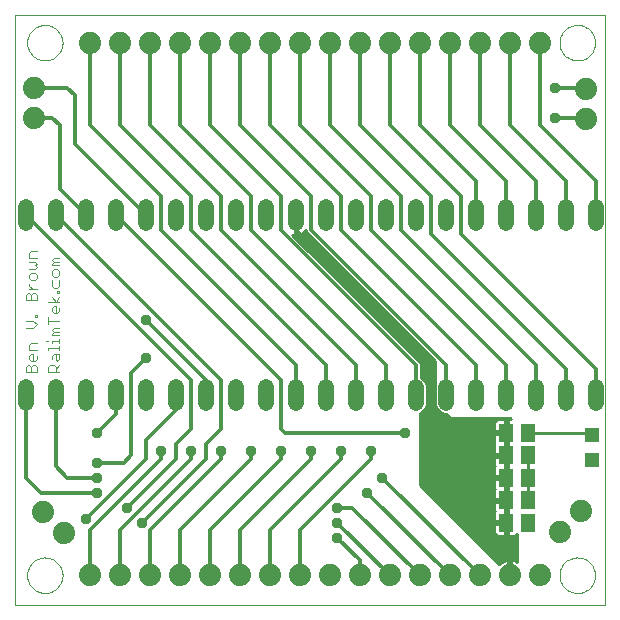
<source format=gtl>
G75*
%MOIN*%
%OFA0B0*%
%FSLAX24Y24*%
%IPPOS*%
%LPD*%
%AMOC8*
5,1,8,0,0,1.08239X$1,22.5*
%
%ADD10C,0.0000*%
%ADD11C,0.0030*%
%ADD12C,0.0740*%
%ADD13C,0.0520*%
%ADD14R,0.0512X0.0591*%
%ADD15R,0.0512X0.0630*%
%ADD16R,0.0472X0.0472*%
%ADD17C,0.0120*%
%ADD18OC8,0.0356*%
%ADD19C,0.0100*%
D10*
X000255Y000100D02*
X000255Y019785D01*
X019940Y019785D01*
X019940Y000100D01*
X000255Y000100D01*
X000664Y001100D02*
X000666Y001148D01*
X000672Y001196D01*
X000682Y001243D01*
X000695Y001289D01*
X000713Y001334D01*
X000733Y001378D01*
X000758Y001420D01*
X000786Y001459D01*
X000816Y001496D01*
X000850Y001530D01*
X000887Y001562D01*
X000925Y001591D01*
X000966Y001616D01*
X001009Y001638D01*
X001054Y001656D01*
X001100Y001670D01*
X001147Y001681D01*
X001195Y001688D01*
X001243Y001691D01*
X001291Y001690D01*
X001339Y001685D01*
X001387Y001676D01*
X001433Y001664D01*
X001478Y001647D01*
X001522Y001627D01*
X001564Y001604D01*
X001604Y001577D01*
X001642Y001547D01*
X001677Y001514D01*
X001709Y001478D01*
X001739Y001440D01*
X001765Y001399D01*
X001787Y001356D01*
X001807Y001312D01*
X001822Y001267D01*
X001834Y001220D01*
X001842Y001172D01*
X001846Y001124D01*
X001846Y001076D01*
X001842Y001028D01*
X001834Y000980D01*
X001822Y000933D01*
X001807Y000888D01*
X001787Y000844D01*
X001765Y000801D01*
X001739Y000760D01*
X001709Y000722D01*
X001677Y000686D01*
X001642Y000653D01*
X001604Y000623D01*
X001564Y000596D01*
X001522Y000573D01*
X001478Y000553D01*
X001433Y000536D01*
X001387Y000524D01*
X001339Y000515D01*
X001291Y000510D01*
X001243Y000509D01*
X001195Y000512D01*
X001147Y000519D01*
X001100Y000530D01*
X001054Y000544D01*
X001009Y000562D01*
X000966Y000584D01*
X000925Y000609D01*
X000887Y000638D01*
X000850Y000670D01*
X000816Y000704D01*
X000786Y000741D01*
X000758Y000780D01*
X000733Y000822D01*
X000713Y000866D01*
X000695Y000911D01*
X000682Y000957D01*
X000672Y001004D01*
X000666Y001052D01*
X000664Y001100D01*
X000664Y018850D02*
X000666Y018898D01*
X000672Y018946D01*
X000682Y018993D01*
X000695Y019039D01*
X000713Y019084D01*
X000733Y019128D01*
X000758Y019170D01*
X000786Y019209D01*
X000816Y019246D01*
X000850Y019280D01*
X000887Y019312D01*
X000925Y019341D01*
X000966Y019366D01*
X001009Y019388D01*
X001054Y019406D01*
X001100Y019420D01*
X001147Y019431D01*
X001195Y019438D01*
X001243Y019441D01*
X001291Y019440D01*
X001339Y019435D01*
X001387Y019426D01*
X001433Y019414D01*
X001478Y019397D01*
X001522Y019377D01*
X001564Y019354D01*
X001604Y019327D01*
X001642Y019297D01*
X001677Y019264D01*
X001709Y019228D01*
X001739Y019190D01*
X001765Y019149D01*
X001787Y019106D01*
X001807Y019062D01*
X001822Y019017D01*
X001834Y018970D01*
X001842Y018922D01*
X001846Y018874D01*
X001846Y018826D01*
X001842Y018778D01*
X001834Y018730D01*
X001822Y018683D01*
X001807Y018638D01*
X001787Y018594D01*
X001765Y018551D01*
X001739Y018510D01*
X001709Y018472D01*
X001677Y018436D01*
X001642Y018403D01*
X001604Y018373D01*
X001564Y018346D01*
X001522Y018323D01*
X001478Y018303D01*
X001433Y018286D01*
X001387Y018274D01*
X001339Y018265D01*
X001291Y018260D01*
X001243Y018259D01*
X001195Y018262D01*
X001147Y018269D01*
X001100Y018280D01*
X001054Y018294D01*
X001009Y018312D01*
X000966Y018334D01*
X000925Y018359D01*
X000887Y018388D01*
X000850Y018420D01*
X000816Y018454D01*
X000786Y018491D01*
X000758Y018530D01*
X000733Y018572D01*
X000713Y018616D01*
X000695Y018661D01*
X000682Y018707D01*
X000672Y018754D01*
X000666Y018802D01*
X000664Y018850D01*
X018414Y018850D02*
X018416Y018898D01*
X018422Y018946D01*
X018432Y018993D01*
X018445Y019039D01*
X018463Y019084D01*
X018483Y019128D01*
X018508Y019170D01*
X018536Y019209D01*
X018566Y019246D01*
X018600Y019280D01*
X018637Y019312D01*
X018675Y019341D01*
X018716Y019366D01*
X018759Y019388D01*
X018804Y019406D01*
X018850Y019420D01*
X018897Y019431D01*
X018945Y019438D01*
X018993Y019441D01*
X019041Y019440D01*
X019089Y019435D01*
X019137Y019426D01*
X019183Y019414D01*
X019228Y019397D01*
X019272Y019377D01*
X019314Y019354D01*
X019354Y019327D01*
X019392Y019297D01*
X019427Y019264D01*
X019459Y019228D01*
X019489Y019190D01*
X019515Y019149D01*
X019537Y019106D01*
X019557Y019062D01*
X019572Y019017D01*
X019584Y018970D01*
X019592Y018922D01*
X019596Y018874D01*
X019596Y018826D01*
X019592Y018778D01*
X019584Y018730D01*
X019572Y018683D01*
X019557Y018638D01*
X019537Y018594D01*
X019515Y018551D01*
X019489Y018510D01*
X019459Y018472D01*
X019427Y018436D01*
X019392Y018403D01*
X019354Y018373D01*
X019314Y018346D01*
X019272Y018323D01*
X019228Y018303D01*
X019183Y018286D01*
X019137Y018274D01*
X019089Y018265D01*
X019041Y018260D01*
X018993Y018259D01*
X018945Y018262D01*
X018897Y018269D01*
X018850Y018280D01*
X018804Y018294D01*
X018759Y018312D01*
X018716Y018334D01*
X018675Y018359D01*
X018637Y018388D01*
X018600Y018420D01*
X018566Y018454D01*
X018536Y018491D01*
X018508Y018530D01*
X018483Y018572D01*
X018463Y018616D01*
X018445Y018661D01*
X018432Y018707D01*
X018422Y018754D01*
X018416Y018802D01*
X018414Y018850D01*
X018414Y001100D02*
X018416Y001148D01*
X018422Y001196D01*
X018432Y001243D01*
X018445Y001289D01*
X018463Y001334D01*
X018483Y001378D01*
X018508Y001420D01*
X018536Y001459D01*
X018566Y001496D01*
X018600Y001530D01*
X018637Y001562D01*
X018675Y001591D01*
X018716Y001616D01*
X018759Y001638D01*
X018804Y001656D01*
X018850Y001670D01*
X018897Y001681D01*
X018945Y001688D01*
X018993Y001691D01*
X019041Y001690D01*
X019089Y001685D01*
X019137Y001676D01*
X019183Y001664D01*
X019228Y001647D01*
X019272Y001627D01*
X019314Y001604D01*
X019354Y001577D01*
X019392Y001547D01*
X019427Y001514D01*
X019459Y001478D01*
X019489Y001440D01*
X019515Y001399D01*
X019537Y001356D01*
X019557Y001312D01*
X019572Y001267D01*
X019584Y001220D01*
X019592Y001172D01*
X019596Y001124D01*
X019596Y001076D01*
X019592Y001028D01*
X019584Y000980D01*
X019572Y000933D01*
X019557Y000888D01*
X019537Y000844D01*
X019515Y000801D01*
X019489Y000760D01*
X019459Y000722D01*
X019427Y000686D01*
X019392Y000653D01*
X019354Y000623D01*
X019314Y000596D01*
X019272Y000573D01*
X019228Y000553D01*
X019183Y000536D01*
X019137Y000524D01*
X019089Y000515D01*
X019041Y000510D01*
X018993Y000509D01*
X018945Y000512D01*
X018897Y000519D01*
X018850Y000530D01*
X018804Y000544D01*
X018759Y000562D01*
X018716Y000584D01*
X018675Y000609D01*
X018637Y000638D01*
X018600Y000670D01*
X018566Y000704D01*
X018536Y000741D01*
X018508Y000780D01*
X018483Y000822D01*
X018463Y000866D01*
X018445Y000911D01*
X018432Y000957D01*
X018422Y001004D01*
X018416Y001052D01*
X018414Y001100D01*
D11*
X001740Y007865D02*
X001370Y007865D01*
X001370Y008050D01*
X001431Y008112D01*
X001555Y008112D01*
X001617Y008050D01*
X001617Y007865D01*
X001617Y007988D02*
X001740Y008112D01*
X001678Y008233D02*
X001617Y008295D01*
X001617Y008480D01*
X001555Y008480D02*
X001740Y008480D01*
X001740Y008295D01*
X001678Y008233D01*
X001493Y008295D02*
X001493Y008418D01*
X001555Y008480D01*
X001740Y008602D02*
X001740Y008725D01*
X001740Y008663D02*
X001370Y008663D01*
X001370Y008602D01*
X001493Y008847D02*
X001493Y008909D01*
X001740Y008909D01*
X001740Y008847D02*
X001740Y008971D01*
X001740Y009093D02*
X001493Y009093D01*
X001493Y009154D01*
X001555Y009216D01*
X001493Y009278D01*
X001555Y009340D01*
X001740Y009340D01*
X001740Y009216D02*
X001555Y009216D01*
X001370Y009461D02*
X001370Y009708D01*
X001370Y009584D02*
X001740Y009584D01*
X001678Y009829D02*
X001555Y009829D01*
X001493Y009891D01*
X001493Y010015D01*
X001555Y010076D01*
X001617Y010076D01*
X001617Y009829D01*
X001678Y009829D02*
X001740Y009891D01*
X001740Y010015D01*
X001740Y010198D02*
X001370Y010198D01*
X001493Y010383D02*
X001617Y010198D01*
X001740Y010383D01*
X001740Y010505D02*
X001740Y010566D01*
X001678Y010566D01*
X001678Y010505D01*
X001740Y010505D01*
X001678Y010689D02*
X001555Y010689D01*
X001493Y010750D01*
X001493Y010936D01*
X001555Y011057D02*
X001678Y011057D01*
X001740Y011119D01*
X001740Y011242D01*
X001678Y011304D01*
X001555Y011304D01*
X001493Y011242D01*
X001493Y011119D01*
X001555Y011057D01*
X001740Y010936D02*
X001740Y010750D01*
X001678Y010689D01*
X000990Y010627D02*
X000743Y010627D01*
X000743Y010506D02*
X000805Y010444D01*
X000805Y010259D01*
X000990Y010259D02*
X000620Y010259D01*
X000620Y010444D01*
X000681Y010506D01*
X000743Y010506D01*
X000805Y010444D02*
X000867Y010506D01*
X000928Y010506D01*
X000990Y010444D01*
X000990Y010259D01*
X000867Y010627D02*
X000743Y010751D01*
X000743Y010813D01*
X000805Y010934D02*
X000928Y010934D01*
X000990Y010996D01*
X000990Y011119D01*
X000928Y011181D01*
X000805Y011181D01*
X000743Y011119D01*
X000743Y010996D01*
X000805Y010934D01*
X000743Y011303D02*
X000928Y011303D01*
X000990Y011364D01*
X000928Y011426D01*
X000990Y011488D01*
X000928Y011549D01*
X000743Y011549D01*
X000743Y011671D02*
X000743Y011856D01*
X000805Y011918D01*
X000990Y011918D01*
X000990Y011671D02*
X000743Y011671D01*
X001493Y011611D02*
X001555Y011672D01*
X001740Y011672D01*
X001740Y011549D02*
X001555Y011549D01*
X001493Y011611D01*
X001555Y011549D02*
X001493Y011487D01*
X001493Y011425D01*
X001740Y011425D01*
X000990Y009768D02*
X000990Y009707D01*
X000928Y009707D01*
X000928Y009768D01*
X000990Y009768D01*
X000867Y009585D02*
X000620Y009585D01*
X000867Y009585D02*
X000990Y009462D01*
X000867Y009338D01*
X000620Y009338D01*
X000805Y008849D02*
X000990Y008849D01*
X000805Y008849D02*
X000743Y008787D01*
X000743Y008602D01*
X000990Y008602D01*
X000867Y008480D02*
X000805Y008480D01*
X000743Y008418D01*
X000743Y008295D01*
X000805Y008233D01*
X000928Y008233D01*
X000990Y008295D01*
X000990Y008418D01*
X000867Y008480D02*
X000867Y008233D01*
X000867Y008112D02*
X000805Y008050D01*
X000805Y007865D01*
X000990Y007865D02*
X000620Y007865D01*
X000620Y008050D01*
X000681Y008112D01*
X000743Y008112D01*
X000805Y008050D01*
X000867Y008112D02*
X000928Y008112D01*
X000990Y008050D01*
X000990Y007865D01*
X001308Y008909D02*
X001370Y008909D01*
D12*
X001194Y003204D03*
X001901Y002496D03*
X002755Y001100D03*
X003755Y001100D03*
X004755Y001100D03*
X005755Y001100D03*
X006755Y001100D03*
X007755Y001100D03*
X008755Y001100D03*
X009755Y001100D03*
X010755Y001100D03*
X011755Y001100D03*
X012755Y001100D03*
X013755Y001100D03*
X014755Y001100D03*
X015755Y001100D03*
X016755Y001100D03*
X017755Y001100D03*
X018432Y002527D03*
X019139Y003234D03*
X019285Y016320D03*
X019285Y017320D03*
X017755Y018850D03*
X016755Y018850D03*
X015755Y018850D03*
X014755Y018850D03*
X013755Y018850D03*
X012755Y018850D03*
X011755Y018850D03*
X010755Y018850D03*
X009755Y018850D03*
X008755Y018850D03*
X007755Y018850D03*
X006755Y018850D03*
X005755Y018850D03*
X004755Y018850D03*
X003755Y018850D03*
X002755Y018850D03*
X000901Y017350D03*
X000901Y016350D03*
D13*
X000630Y013360D02*
X000630Y012840D01*
X001630Y012840D02*
X001630Y013360D01*
X002630Y013360D02*
X002630Y012840D01*
X003630Y012840D02*
X003630Y013360D01*
X004630Y013360D02*
X004630Y012840D01*
X005630Y012840D02*
X005630Y013360D01*
X006630Y013360D02*
X006630Y012840D01*
X007630Y012840D02*
X007630Y013360D01*
X008630Y013360D02*
X008630Y012840D01*
X009630Y012840D02*
X009630Y013360D01*
X010630Y013360D02*
X010630Y012840D01*
X011630Y012840D02*
X011630Y013360D01*
X012630Y013360D02*
X012630Y012840D01*
X013630Y012840D02*
X013630Y013360D01*
X014630Y013360D02*
X014630Y012840D01*
X015630Y012840D02*
X015630Y013360D01*
X016630Y013360D02*
X016630Y012840D01*
X017630Y012840D02*
X017630Y013360D01*
X018630Y013360D02*
X018630Y012840D01*
X019630Y012840D02*
X019630Y013360D01*
X019630Y007360D02*
X019630Y006840D01*
X018630Y006840D02*
X018630Y007360D01*
X017630Y007360D02*
X017630Y006840D01*
X016630Y006840D02*
X016630Y007360D01*
X015630Y007360D02*
X015630Y006840D01*
X014630Y006840D02*
X014630Y007360D01*
X013630Y007360D02*
X013630Y006840D01*
X012630Y006840D02*
X012630Y007360D01*
X011630Y007360D02*
X011630Y006840D01*
X010630Y006840D02*
X010630Y007360D01*
X009630Y007360D02*
X009630Y006840D01*
X008630Y006840D02*
X008630Y007360D01*
X007630Y007360D02*
X007630Y006840D01*
X006630Y006840D02*
X006630Y007360D01*
X005630Y007360D02*
X005630Y006840D01*
X004630Y006840D02*
X004630Y007360D01*
X003630Y007360D02*
X003630Y006840D01*
X002630Y006840D02*
X002630Y007360D01*
X001630Y007360D02*
X001630Y006840D01*
X000630Y006840D02*
X000630Y007360D01*
D14*
X016631Y005100D03*
X017379Y005100D03*
X017379Y004350D03*
X017379Y003600D03*
X016631Y003600D03*
X016631Y004350D03*
X016631Y002850D03*
X017379Y002850D03*
D15*
X017379Y005850D03*
X016631Y005850D03*
D16*
X019505Y005763D03*
X019505Y004937D03*
D17*
X019630Y007100D02*
X019630Y007975D01*
X015130Y012475D01*
X015130Y013725D01*
X012755Y016100D01*
X012755Y018850D01*
X011755Y018850D02*
X011755Y016100D01*
X014130Y013725D01*
X014130Y012475D01*
X018630Y007975D01*
X018630Y007100D01*
X017630Y007100D02*
X017630Y008100D01*
X013130Y012600D01*
X013130Y013725D01*
X010755Y016100D01*
X010755Y018850D01*
X009755Y018850D02*
X009755Y016100D01*
X012130Y013725D01*
X012130Y012600D01*
X016630Y008100D01*
X016630Y007100D01*
X015630Y007100D02*
X015630Y008100D01*
X011130Y012600D01*
X011130Y013725D01*
X008755Y016100D01*
X008755Y018850D01*
X007755Y018850D02*
X007755Y016100D01*
X010130Y013725D01*
X010130Y012600D01*
X014630Y008100D01*
X014630Y007100D01*
X013630Y007100D02*
X013630Y008100D01*
X009130Y012600D01*
X009130Y013725D01*
X006755Y016100D01*
X006755Y018850D01*
X005755Y018850D02*
X005755Y016100D01*
X008130Y013725D01*
X008130Y012600D01*
X012630Y008100D01*
X012630Y007100D01*
X011630Y007100D02*
X011630Y008100D01*
X007130Y012600D01*
X007130Y013725D01*
X004755Y016100D01*
X004755Y018850D01*
X003755Y018850D02*
X003755Y016100D01*
X006130Y013725D01*
X006130Y012600D01*
X010630Y008100D01*
X010630Y007100D01*
X009630Y007100D02*
X009630Y008100D01*
X005130Y012600D01*
X005130Y013725D01*
X002755Y016100D01*
X002755Y018850D01*
X002005Y017350D02*
X000901Y017350D01*
X000901Y016350D02*
X001505Y016350D01*
X001755Y016100D01*
X001755Y013975D01*
X002630Y013100D01*
X001630Y013100D02*
X007130Y007600D01*
X007130Y005975D01*
X006630Y005475D01*
X006630Y004975D01*
X004505Y002850D01*
X004755Y002600D02*
X007130Y004975D01*
X007130Y005225D01*
X006130Y005225D02*
X006130Y004975D01*
X003755Y002600D01*
X003755Y001100D01*
X002755Y001100D02*
X002755Y002600D01*
X005130Y004975D01*
X005130Y005225D01*
X005630Y004975D02*
X005630Y005475D01*
X006130Y005975D01*
X006130Y007600D01*
X000630Y013100D01*
X002255Y015475D02*
X002255Y017100D01*
X002005Y017350D01*
X002255Y015475D02*
X004630Y013100D01*
X003630Y013100D02*
X009130Y007600D01*
X009130Y005975D01*
X009255Y005850D01*
X013255Y005850D01*
X014130Y005850D02*
X014130Y005100D01*
X014130Y004350D01*
X014193Y004288D01*
X014943Y003538D01*
X015568Y002913D01*
X016755Y001725D01*
X016755Y001100D01*
X015755Y001100D02*
X012505Y004350D01*
X012005Y003850D02*
X014755Y001100D01*
X013755Y001100D02*
X011505Y003350D01*
X011005Y003350D01*
X011005Y002850D02*
X012755Y001100D01*
X011755Y001100D02*
X011755Y001600D01*
X011005Y002350D01*
X009755Y002600D02*
X009755Y001100D01*
X008755Y001100D02*
X008755Y002600D01*
X011130Y004975D01*
X011130Y005225D01*
X010130Y005225D02*
X010130Y004975D01*
X007755Y002600D01*
X007755Y001100D01*
X006755Y001100D02*
X006755Y002600D01*
X009130Y004975D01*
X009130Y005225D01*
X008130Y005225D02*
X008130Y004975D01*
X005755Y002600D01*
X005755Y001100D01*
X004755Y001100D02*
X004755Y002600D01*
X004005Y003350D02*
X005630Y004975D01*
X004630Y004975D02*
X004630Y005600D01*
X005630Y006600D01*
X005630Y007100D01*
X006630Y007100D02*
X006630Y007600D01*
X004630Y009600D01*
X004630Y008350D02*
X004130Y007850D01*
X004130Y005100D01*
X003880Y004850D01*
X003005Y004850D01*
X003005Y004350D02*
X002005Y004350D01*
X001630Y004725D01*
X001630Y007100D01*
X000630Y007100D02*
X000630Y004350D01*
X001130Y003850D01*
X003005Y003850D01*
X002630Y002975D02*
X004630Y004975D01*
X003630Y006475D02*
X003005Y005850D01*
X003630Y006475D02*
X003630Y007100D01*
X009630Y012600D02*
X009630Y013100D01*
X009630Y012600D02*
X014130Y008100D01*
X014130Y005850D01*
X012130Y005225D02*
X012130Y004975D01*
X009755Y002600D01*
X015630Y013100D02*
X015630Y014225D01*
X013755Y016100D01*
X013755Y018850D01*
X014755Y018850D02*
X014755Y016100D01*
X016630Y014225D01*
X016630Y013100D01*
X017630Y013100D02*
X017630Y014225D01*
X015755Y016100D01*
X015755Y018850D01*
X016755Y018850D02*
X016755Y016100D01*
X018630Y014225D01*
X018630Y013100D01*
X019630Y013100D02*
X019630Y014225D01*
X017755Y016100D01*
X017755Y018850D01*
X018255Y017350D02*
X019255Y017350D01*
X019285Y017320D01*
X019255Y016350D02*
X018255Y016350D01*
X019255Y016350D02*
X019285Y016320D01*
D18*
X018255Y016350D03*
X018255Y017350D03*
X013255Y005850D03*
X012130Y005225D03*
X012505Y004350D03*
X012005Y003850D03*
X011005Y003350D03*
X011005Y002850D03*
X011005Y002350D03*
X011130Y005225D03*
X010130Y005225D03*
X009130Y005225D03*
X008130Y005225D03*
X007130Y005225D03*
X006130Y005225D03*
X005130Y005225D03*
X004005Y003350D03*
X004505Y002850D03*
X003005Y003850D03*
X003005Y004350D03*
X003005Y004850D03*
X003005Y005850D03*
X004630Y008350D03*
X004630Y009600D03*
X002630Y002975D03*
X017380Y002850D03*
X017380Y005100D03*
X019505Y004975D03*
D19*
X019505Y004937D01*
X019505Y005763D02*
X019418Y005850D01*
X017379Y005850D01*
X016681Y005900D02*
X016581Y005900D01*
X016581Y006315D01*
X016355Y006315D01*
X016317Y006305D01*
X016283Y006285D01*
X016255Y006257D01*
X016235Y006223D01*
X016225Y006185D01*
X016225Y005900D01*
X016581Y005900D01*
X016581Y005800D01*
X016681Y005800D01*
X016681Y005150D01*
X016581Y005150D01*
X016581Y005545D01*
X016581Y005800D01*
X016225Y005800D01*
X016225Y005515D01*
X016235Y005477D01*
X016242Y005465D01*
X016235Y005453D01*
X016225Y005415D01*
X016225Y005150D01*
X016581Y005150D01*
X016581Y005050D01*
X016681Y005050D01*
X016681Y004655D01*
X016681Y004400D01*
X016581Y004400D01*
X016581Y005050D01*
X016225Y005050D01*
X016225Y004785D01*
X016235Y004747D01*
X016248Y004725D01*
X016235Y004703D01*
X016225Y004665D01*
X016225Y004400D01*
X016581Y004400D01*
X016581Y004300D01*
X016681Y004300D01*
X016681Y003650D01*
X016581Y003650D01*
X016581Y004045D01*
X016581Y004300D01*
X016225Y004300D01*
X016225Y004035D01*
X016235Y003997D01*
X016248Y003975D01*
X016235Y003953D01*
X016225Y003915D01*
X016225Y003650D01*
X016581Y003650D01*
X016581Y003550D01*
X016681Y003550D01*
X016681Y003155D01*
X016681Y002900D01*
X016581Y002900D01*
X016581Y003550D01*
X016225Y003550D01*
X016225Y003285D01*
X016235Y003247D01*
X016248Y003225D01*
X016235Y003203D01*
X016225Y003165D01*
X016225Y002900D01*
X016581Y002900D01*
X016581Y002800D01*
X016681Y002800D01*
X016681Y002405D01*
X016907Y002405D01*
X016945Y002415D01*
X016979Y002435D01*
X017005Y002461D01*
X017005Y001556D01*
X016955Y001582D01*
X016877Y001607D01*
X016805Y001619D01*
X016805Y001150D01*
X016705Y001150D01*
X016705Y001619D01*
X016633Y001607D01*
X016555Y001582D01*
X016482Y001545D01*
X016416Y001497D01*
X016387Y001468D01*
X013755Y004100D01*
X013755Y006502D01*
X013834Y006535D01*
X013935Y006636D01*
X013990Y006768D01*
X013990Y007432D01*
X013935Y007564D01*
X013834Y007665D01*
X013790Y007683D01*
X013790Y008166D01*
X013696Y008260D01*
X009508Y012449D01*
X009534Y012440D01*
X009598Y012430D01*
X009600Y012430D01*
X009600Y013070D01*
X009660Y013070D01*
X009660Y012430D01*
X009662Y012430D01*
X009726Y012440D01*
X009787Y012460D01*
X009845Y012489D01*
X009897Y012527D01*
X009943Y012573D01*
X009970Y012610D01*
X009970Y012534D01*
X014255Y008249D01*
X014255Y006850D01*
X014270Y006835D01*
X014270Y006768D01*
X014325Y006636D01*
X014426Y006535D01*
X014558Y006480D01*
X014625Y006480D01*
X014755Y006350D01*
X016755Y006350D01*
X016790Y006315D01*
X016681Y006315D01*
X016681Y005900D01*
X016681Y005912D02*
X016581Y005912D01*
X016631Y005850D02*
X014130Y005850D01*
X013755Y005813D02*
X016581Y005813D01*
X016581Y005715D02*
X016681Y005715D01*
X016681Y005616D02*
X016581Y005616D01*
X016581Y005518D02*
X016681Y005518D01*
X016681Y005419D02*
X016581Y005419D01*
X016581Y005321D02*
X016681Y005321D01*
X016681Y005222D02*
X016581Y005222D01*
X016581Y005124D02*
X013755Y005124D01*
X013755Y005222D02*
X016225Y005222D01*
X016225Y005321D02*
X013755Y005321D01*
X013755Y005419D02*
X016226Y005419D01*
X016225Y005518D02*
X013755Y005518D01*
X013755Y005616D02*
X016225Y005616D01*
X016225Y005715D02*
X013755Y005715D01*
X013755Y005912D02*
X016225Y005912D01*
X016225Y006010D02*
X013755Y006010D01*
X013755Y006109D02*
X016225Y006109D01*
X016231Y006207D02*
X013755Y006207D01*
X013755Y006306D02*
X016320Y006306D01*
X016581Y006306D02*
X016681Y006306D01*
X016681Y006207D02*
X016581Y006207D01*
X016581Y006109D02*
X016681Y006109D01*
X016681Y006010D02*
X016581Y006010D01*
X016631Y005100D02*
X014130Y005100D01*
X013755Y005025D02*
X016225Y005025D01*
X016225Y004927D02*
X013755Y004927D01*
X013755Y004828D02*
X016225Y004828D01*
X016245Y004730D02*
X013755Y004730D01*
X013755Y004631D02*
X016225Y004631D01*
X016225Y004533D02*
X013755Y004533D01*
X013755Y004434D02*
X016225Y004434D01*
X016225Y004237D02*
X013755Y004237D01*
X013755Y004139D02*
X016225Y004139D01*
X016225Y004040D02*
X013815Y004040D01*
X013913Y003942D02*
X016232Y003942D01*
X016225Y003843D02*
X014012Y003843D01*
X014110Y003745D02*
X016225Y003745D01*
X016225Y003548D02*
X014307Y003548D01*
X014209Y003646D02*
X016581Y003646D01*
X016631Y003600D02*
X014943Y003600D01*
X014943Y003538D01*
X014603Y003252D02*
X016234Y003252D01*
X016225Y003154D02*
X014701Y003154D01*
X014800Y003055D02*
X016225Y003055D01*
X016225Y002957D02*
X014898Y002957D01*
X014997Y002858D02*
X016581Y002858D01*
X016631Y002850D02*
X015630Y002850D01*
X015568Y002913D01*
X015292Y002563D02*
X016225Y002563D01*
X016225Y002535D02*
X016235Y002497D01*
X016255Y002463D01*
X016283Y002435D01*
X016317Y002415D01*
X016355Y002405D01*
X016581Y002405D01*
X016581Y002800D01*
X016225Y002800D01*
X016225Y002535D01*
X016254Y002464D02*
X015391Y002464D01*
X015489Y002366D02*
X017005Y002366D01*
X017005Y002267D02*
X015588Y002267D01*
X015686Y002169D02*
X017005Y002169D01*
X017005Y002070D02*
X015785Y002070D01*
X015883Y001972D02*
X017005Y001972D01*
X017005Y001873D02*
X015982Y001873D01*
X016080Y001775D02*
X017005Y001775D01*
X017005Y001676D02*
X016179Y001676D01*
X016277Y001578D02*
X016547Y001578D01*
X016705Y001578D02*
X016805Y001578D01*
X016805Y001479D02*
X016705Y001479D01*
X016705Y001381D02*
X016805Y001381D01*
X016805Y001282D02*
X016705Y001282D01*
X016705Y001184D02*
X016805Y001184D01*
X016963Y001578D02*
X017005Y001578D01*
X016399Y001479D02*
X016376Y001479D01*
X016581Y002464D02*
X016681Y002464D01*
X016681Y002563D02*
X016581Y002563D01*
X016581Y002661D02*
X016681Y002661D01*
X016681Y002760D02*
X016581Y002760D01*
X016581Y002957D02*
X016681Y002957D01*
X016681Y003055D02*
X016581Y003055D01*
X016581Y003154D02*
X016681Y003154D01*
X016681Y003252D02*
X016581Y003252D01*
X016581Y003351D02*
X016681Y003351D01*
X016681Y003449D02*
X016581Y003449D01*
X016581Y003548D02*
X016681Y003548D01*
X016681Y003745D02*
X016581Y003745D01*
X016581Y003843D02*
X016681Y003843D01*
X016681Y003942D02*
X016581Y003942D01*
X016581Y004040D02*
X016681Y004040D01*
X016681Y004139D02*
X016581Y004139D01*
X016581Y004237D02*
X016681Y004237D01*
X016631Y004350D02*
X014193Y004350D01*
X014193Y004288D01*
X013755Y004336D02*
X016581Y004336D01*
X016581Y004434D02*
X016681Y004434D01*
X016681Y004533D02*
X016581Y004533D01*
X016581Y004631D02*
X016681Y004631D01*
X016681Y004730D02*
X016581Y004730D01*
X016581Y004828D02*
X016681Y004828D01*
X016681Y004927D02*
X016581Y004927D01*
X016581Y005025D02*
X016681Y005025D01*
X017379Y005100D02*
X017379Y004350D01*
X017380Y004100D02*
X017379Y004099D01*
X017379Y003600D01*
X017379Y002850D02*
X017380Y002850D01*
X016225Y002760D02*
X015095Y002760D01*
X015194Y002661D02*
X016225Y002661D01*
X016225Y003351D02*
X014504Y003351D01*
X014406Y003449D02*
X016225Y003449D01*
X017379Y005100D02*
X017380Y005100D01*
X014701Y006404D02*
X013755Y006404D01*
X013756Y006503D02*
X014504Y006503D01*
X014360Y006601D02*
X013900Y006601D01*
X013961Y006700D02*
X014299Y006700D01*
X014270Y006798D02*
X013990Y006798D01*
X013990Y006897D02*
X014255Y006897D01*
X014255Y006995D02*
X013990Y006995D01*
X013990Y007094D02*
X014255Y007094D01*
X014255Y007192D02*
X013990Y007192D01*
X013990Y007291D02*
X014255Y007291D01*
X014255Y007389D02*
X013990Y007389D01*
X013967Y007488D02*
X014255Y007488D01*
X014255Y007586D02*
X013913Y007586D01*
X013790Y007685D02*
X014255Y007685D01*
X014255Y007783D02*
X013790Y007783D01*
X013790Y007882D02*
X014255Y007882D01*
X014255Y007980D02*
X013790Y007980D01*
X013790Y008079D02*
X014255Y008079D01*
X014255Y008177D02*
X013779Y008177D01*
X013681Y008276D02*
X014228Y008276D01*
X014130Y008374D02*
X013582Y008374D01*
X013484Y008473D02*
X014031Y008473D01*
X013933Y008571D02*
X013385Y008571D01*
X013287Y008670D02*
X013834Y008670D01*
X013736Y008768D02*
X013188Y008768D01*
X013090Y008867D02*
X013637Y008867D01*
X013539Y008965D02*
X012991Y008965D01*
X012893Y009064D02*
X013440Y009064D01*
X013342Y009162D02*
X012794Y009162D01*
X012696Y009261D02*
X013243Y009261D01*
X013145Y009359D02*
X012597Y009359D01*
X012499Y009458D02*
X013046Y009458D01*
X012948Y009556D02*
X012400Y009556D01*
X012302Y009655D02*
X012849Y009655D01*
X012751Y009753D02*
X012203Y009753D01*
X012105Y009852D02*
X012652Y009852D01*
X012554Y009950D02*
X012006Y009950D01*
X011908Y010049D02*
X012455Y010049D01*
X012357Y010147D02*
X011809Y010147D01*
X011711Y010246D02*
X012258Y010246D01*
X012160Y010344D02*
X011612Y010344D01*
X011514Y010443D02*
X012061Y010443D01*
X011963Y010541D02*
X011415Y010541D01*
X011317Y010640D02*
X011864Y010640D01*
X011766Y010738D02*
X011218Y010738D01*
X011120Y010837D02*
X011667Y010837D01*
X011569Y010935D02*
X011021Y010935D01*
X010923Y011034D02*
X011470Y011034D01*
X011372Y011132D02*
X010824Y011132D01*
X010726Y011231D02*
X011273Y011231D01*
X011175Y011329D02*
X010627Y011329D01*
X010529Y011428D02*
X011076Y011428D01*
X010978Y011526D02*
X010430Y011526D01*
X010332Y011625D02*
X010879Y011625D01*
X010781Y011723D02*
X010233Y011723D01*
X010135Y011822D02*
X010682Y011822D01*
X010584Y011920D02*
X010036Y011920D01*
X009938Y012019D02*
X010485Y012019D01*
X010387Y012117D02*
X009839Y012117D01*
X009741Y012216D02*
X010288Y012216D01*
X010190Y012314D02*
X009642Y012314D01*
X009544Y012413D02*
X010091Y012413D01*
X009993Y012511D02*
X009875Y012511D01*
X009969Y012610D02*
X009970Y012610D01*
X009660Y012610D02*
X009600Y012610D01*
X009600Y012708D02*
X009660Y012708D01*
X009660Y012807D02*
X009600Y012807D01*
X009600Y012905D02*
X009660Y012905D01*
X009660Y013004D02*
X009600Y013004D01*
X009600Y012511D02*
X009660Y012511D01*
M02*

</source>
